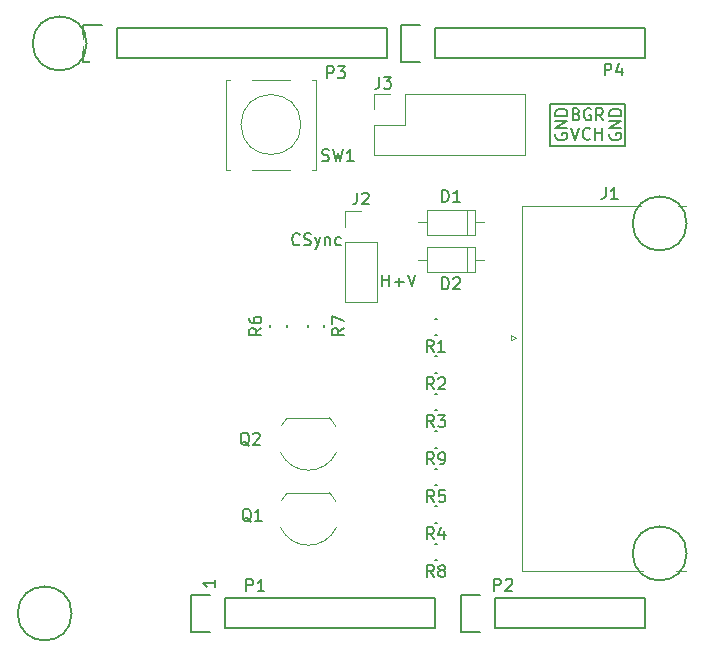
<source format=gto>
G04 #@! TF.GenerationSoftware,KiCad,Pcbnew,(5.1.6)-1*
G04 #@! TF.CreationDate,2023-11-11T21:49:05+01:00*
G04 #@! TF.ProjectId,15khzvgatester,31356b68-7a76-4676-9174-65737465722e,rev?*
G04 #@! TF.SameCoordinates,Original*
G04 #@! TF.FileFunction,Legend,Top*
G04 #@! TF.FilePolarity,Positive*
%FSLAX46Y46*%
G04 Gerber Fmt 4.6, Leading zero omitted, Abs format (unit mm)*
G04 Created by KiCad (PCBNEW (5.1.6)-1) date 2023-11-11 21:49:05*
%MOMM*%
%LPD*%
G01*
G04 APERTURE LIST*
%ADD10C,0.150000*%
%ADD11C,0.120000*%
%ADD12R,2.000000X2.000000*%
%ADD13C,2.000000*%
%ADD14R,1.700000X1.700000*%
%ADD15O,1.700000X1.700000*%
%ADD16C,1.397000*%
%ADD17C,0.100000*%
%ADD18R,1.998980X1.998980*%
%ADD19C,1.520000*%
%ADD20R,1.520000X1.520000*%
%ADD21C,4.000000*%
%ADD22C,1.600000*%
%ADD23R,1.600000X1.600000*%
%ADD24O,1.600000X1.600000*%
%ADD25O,1.727200X2.032000*%
%ADD26C,4.064000*%
G04 APERTURE END LIST*
D10*
X174100000Y-80653000D02*
X174100000Y-84209000D01*
X167750000Y-80653000D02*
X174100000Y-80653000D01*
X174100000Y-84209000D02*
X167750000Y-84209000D01*
X167750000Y-80653000D02*
X167750000Y-84209000D01*
X172838000Y-83192904D02*
X172790380Y-83288142D01*
X172790380Y-83431000D01*
X172838000Y-83573857D01*
X172933238Y-83669095D01*
X173028476Y-83716714D01*
X173218952Y-83764333D01*
X173361809Y-83764333D01*
X173552285Y-83716714D01*
X173647523Y-83669095D01*
X173742761Y-83573857D01*
X173790380Y-83431000D01*
X173790380Y-83335761D01*
X173742761Y-83192904D01*
X173695142Y-83145285D01*
X173361809Y-83145285D01*
X173361809Y-83335761D01*
X173790380Y-82716714D02*
X172790380Y-82716714D01*
X173790380Y-82145285D01*
X172790380Y-82145285D01*
X173790380Y-81669095D02*
X172790380Y-81669095D01*
X172790380Y-81431000D01*
X172838000Y-81288142D01*
X172933238Y-81192904D01*
X173028476Y-81145285D01*
X173218952Y-81097666D01*
X173361809Y-81097666D01*
X173552285Y-81145285D01*
X173647523Y-81192904D01*
X173742761Y-81288142D01*
X173790380Y-81431000D01*
X173790380Y-81669095D01*
X168266000Y-83192904D02*
X168218380Y-83288142D01*
X168218380Y-83431000D01*
X168266000Y-83573857D01*
X168361238Y-83669095D01*
X168456476Y-83716714D01*
X168646952Y-83764333D01*
X168789809Y-83764333D01*
X168980285Y-83716714D01*
X169075523Y-83669095D01*
X169170761Y-83573857D01*
X169218380Y-83431000D01*
X169218380Y-83335761D01*
X169170761Y-83192904D01*
X169123142Y-83145285D01*
X168789809Y-83145285D01*
X168789809Y-83335761D01*
X169218380Y-82716714D02*
X168218380Y-82716714D01*
X169218380Y-82145285D01*
X168218380Y-82145285D01*
X169218380Y-81669095D02*
X168218380Y-81669095D01*
X168218380Y-81431000D01*
X168266000Y-81288142D01*
X168361238Y-81192904D01*
X168456476Y-81145285D01*
X168646952Y-81097666D01*
X168789809Y-81097666D01*
X168980285Y-81145285D01*
X169075523Y-81192904D01*
X169170761Y-81288142D01*
X169218380Y-81431000D01*
X169218380Y-81669095D01*
X169996428Y-81534571D02*
X170139285Y-81582190D01*
X170186904Y-81629809D01*
X170234523Y-81725047D01*
X170234523Y-81867904D01*
X170186904Y-81963142D01*
X170139285Y-82010761D01*
X170044047Y-82058380D01*
X169663095Y-82058380D01*
X169663095Y-81058380D01*
X169996428Y-81058380D01*
X170091666Y-81106000D01*
X170139285Y-81153619D01*
X170186904Y-81248857D01*
X170186904Y-81344095D01*
X170139285Y-81439333D01*
X170091666Y-81486952D01*
X169996428Y-81534571D01*
X169663095Y-81534571D01*
X171186904Y-81106000D02*
X171091666Y-81058380D01*
X170948809Y-81058380D01*
X170805952Y-81106000D01*
X170710714Y-81201238D01*
X170663095Y-81296476D01*
X170615476Y-81486952D01*
X170615476Y-81629809D01*
X170663095Y-81820285D01*
X170710714Y-81915523D01*
X170805952Y-82010761D01*
X170948809Y-82058380D01*
X171044047Y-82058380D01*
X171186904Y-82010761D01*
X171234523Y-81963142D01*
X171234523Y-81629809D01*
X171044047Y-81629809D01*
X172234523Y-82058380D02*
X171901190Y-81582190D01*
X171663095Y-82058380D02*
X171663095Y-81058380D01*
X172044047Y-81058380D01*
X172139285Y-81106000D01*
X172186904Y-81153619D01*
X172234523Y-81248857D01*
X172234523Y-81391714D01*
X172186904Y-81486952D01*
X172139285Y-81534571D01*
X172044047Y-81582190D01*
X171663095Y-81582190D01*
X169567857Y-82708380D02*
X169901190Y-83708380D01*
X170234523Y-82708380D01*
X171139285Y-83613142D02*
X171091666Y-83660761D01*
X170948809Y-83708380D01*
X170853571Y-83708380D01*
X170710714Y-83660761D01*
X170615476Y-83565523D01*
X170567857Y-83470285D01*
X170520238Y-83279809D01*
X170520238Y-83136952D01*
X170567857Y-82946476D01*
X170615476Y-82851238D01*
X170710714Y-82756000D01*
X170853571Y-82708380D01*
X170948809Y-82708380D01*
X171091666Y-82756000D01*
X171139285Y-82803619D01*
X171567857Y-83708380D02*
X171567857Y-82708380D01*
X171567857Y-83184571D02*
X172139285Y-83184571D01*
X172139285Y-83708380D02*
X172139285Y-82708380D01*
X153551566Y-96142180D02*
X153551566Y-95142180D01*
X153551566Y-95618371D02*
X154122995Y-95618371D01*
X154122995Y-96142180D02*
X154122995Y-95142180D01*
X154599185Y-95761228D02*
X155361090Y-95761228D01*
X154980138Y-96142180D02*
X154980138Y-95380276D01*
X155694423Y-95142180D02*
X156027757Y-96142180D01*
X156361090Y-95142180D01*
X146547528Y-92554442D02*
X146499909Y-92602061D01*
X146357052Y-92649680D01*
X146261814Y-92649680D01*
X146118957Y-92602061D01*
X146023719Y-92506823D01*
X145976100Y-92411585D01*
X145928480Y-92221109D01*
X145928480Y-92078252D01*
X145976100Y-91887776D01*
X146023719Y-91792538D01*
X146118957Y-91697300D01*
X146261814Y-91649680D01*
X146357052Y-91649680D01*
X146499909Y-91697300D01*
X146547528Y-91744919D01*
X146928480Y-92602061D02*
X147071338Y-92649680D01*
X147309433Y-92649680D01*
X147404671Y-92602061D01*
X147452290Y-92554442D01*
X147499909Y-92459204D01*
X147499909Y-92363966D01*
X147452290Y-92268728D01*
X147404671Y-92221109D01*
X147309433Y-92173490D01*
X147118957Y-92125871D01*
X147023719Y-92078252D01*
X146976100Y-92030633D01*
X146928480Y-91935395D01*
X146928480Y-91840157D01*
X146976100Y-91744919D01*
X147023719Y-91697300D01*
X147118957Y-91649680D01*
X147357052Y-91649680D01*
X147499909Y-91697300D01*
X147833242Y-91983014D02*
X148071338Y-92649680D01*
X148309433Y-91983014D02*
X148071338Y-92649680D01*
X147976100Y-92887776D01*
X147928480Y-92935395D01*
X147833242Y-92983014D01*
X148690385Y-91983014D02*
X148690385Y-92649680D01*
X148690385Y-92078252D02*
X148738004Y-92030633D01*
X148833242Y-91983014D01*
X148976100Y-91983014D01*
X149071338Y-92030633D01*
X149118957Y-92125871D01*
X149118957Y-92649680D01*
X150023719Y-92602061D02*
X149928480Y-92649680D01*
X149738004Y-92649680D01*
X149642766Y-92602061D01*
X149595147Y-92554442D01*
X149547528Y-92459204D01*
X149547528Y-92173490D01*
X149595147Y-92078252D01*
X149642766Y-92030633D01*
X149738004Y-91983014D01*
X149928480Y-91983014D01*
X150023719Y-92030633D01*
X139390380Y-120999285D02*
X139390380Y-121570714D01*
X139390380Y-121285000D02*
X138390380Y-121285000D01*
X138533238Y-121380238D01*
X138628476Y-121475476D01*
X138676095Y-121570714D01*
D11*
X152848000Y-79831000D02*
X152848000Y-81101000D01*
X154178000Y-79831000D02*
X152848000Y-79831000D01*
X155448000Y-82431000D02*
X155448000Y-79831000D01*
X152848000Y-82431000D02*
X155448000Y-82431000D01*
X152848000Y-85031000D02*
X152848000Y-82431000D01*
X165668000Y-85031000D02*
X152848000Y-85031000D01*
X165668000Y-79831000D02*
X165668000Y-85031000D01*
X155448000Y-79831000D02*
X165668000Y-79831000D01*
X150418000Y-97477000D02*
X153078000Y-97477000D01*
X150418000Y-92337000D02*
X150418000Y-97477000D01*
X153078000Y-92337000D02*
X153078000Y-97477000D01*
X150418000Y-92337000D02*
X153078000Y-92337000D01*
X150418000Y-91067000D02*
X150418000Y-89737000D01*
X150418000Y-89737000D02*
X151748000Y-89737000D01*
X140318000Y-86241000D02*
X140318000Y-78621000D01*
X140318000Y-78621000D02*
X140618000Y-78621000D01*
X147938000Y-78621000D02*
X147938000Y-86241000D01*
X140318000Y-86241000D02*
X140618000Y-86241000D01*
X142558000Y-78621000D02*
X145698000Y-78621000D01*
X142558000Y-86241000D02*
X145698000Y-86241000D01*
X147638000Y-78621000D02*
X147938000Y-78621000D01*
X147638000Y-86241000D02*
X147938000Y-86241000D01*
X146668000Y-82431000D02*
G75*
G03*
X146668000Y-82431000I-2540000J0D01*
G01*
D10*
X158098000Y-109802040D02*
X158197060Y-109802040D01*
X158197060Y-109802040D02*
X158098000Y-109802040D01*
X158098000Y-109802040D02*
X157998940Y-109802040D01*
X158098000Y-108399960D02*
X157998940Y-108399960D01*
X158098000Y-108399960D02*
X158197060Y-108399960D01*
X158098000Y-119327040D02*
X158197060Y-119327040D01*
X158197060Y-119327040D02*
X158098000Y-119327040D01*
X158098000Y-119327040D02*
X157998940Y-119327040D01*
X158098000Y-117924960D02*
X157998940Y-117924960D01*
X158098000Y-117924960D02*
X158197060Y-117924960D01*
X148639040Y-99497260D02*
X148639040Y-99398200D01*
X148639040Y-99398200D02*
X148639040Y-99497260D01*
X148639040Y-99497260D02*
X148639040Y-99596320D01*
X147236960Y-99497260D02*
X147236960Y-99596320D01*
X147236960Y-99497260D02*
X147236960Y-99398200D01*
X144061960Y-99497260D02*
X144061960Y-99596320D01*
X144061960Y-99596320D02*
X144061960Y-99497260D01*
X144061960Y-99497260D02*
X144061960Y-99398200D01*
X145464040Y-99497260D02*
X145464040Y-99398200D01*
X145464040Y-99497260D02*
X145464040Y-99596320D01*
X158098000Y-112977040D02*
X158197060Y-112977040D01*
X158197060Y-112977040D02*
X158098000Y-112977040D01*
X158098000Y-112977040D02*
X157998940Y-112977040D01*
X158098000Y-111574960D02*
X157998940Y-111574960D01*
X158098000Y-111574960D02*
X158197060Y-111574960D01*
X158098000Y-116152040D02*
X158197060Y-116152040D01*
X158197060Y-116152040D02*
X158098000Y-116152040D01*
X158098000Y-116152040D02*
X157998940Y-116152040D01*
X158098000Y-114749960D02*
X157998940Y-114749960D01*
X158098000Y-114749960D02*
X158197060Y-114749960D01*
X158098000Y-105224960D02*
X157998940Y-105224960D01*
X157998940Y-105224960D02*
X158098000Y-105224960D01*
X158098000Y-105224960D02*
X158197060Y-105224960D01*
X158098000Y-106627040D02*
X158197060Y-106627040D01*
X158098000Y-106627040D02*
X157998940Y-106627040D01*
X158098000Y-102049960D02*
X157998940Y-102049960D01*
X157998940Y-102049960D02*
X158098000Y-102049960D01*
X158098000Y-102049960D02*
X158197060Y-102049960D01*
X158098000Y-103452040D02*
X158197060Y-103452040D01*
X158098000Y-103452040D02*
X157998940Y-103452040D01*
X158098000Y-98874960D02*
X157998940Y-98874960D01*
X157998940Y-98874960D02*
X158098000Y-98874960D01*
X158098000Y-98874960D02*
X158197060Y-98874960D01*
X158098000Y-100277040D02*
X158197060Y-100277040D01*
X158098000Y-100277040D02*
X157998940Y-100277040D01*
D11*
X149103000Y-107251000D02*
X145503000Y-107251000D01*
X149627184Y-107978205D02*
G75*
G03*
X149103000Y-107251000I-2324184J-1122795D01*
G01*
X149659400Y-110199807D02*
G75*
G02*
X147303000Y-111701000I-2356400J1098807D01*
G01*
X144946600Y-110199807D02*
G75*
G03*
X147303000Y-111701000I2356400J1098807D01*
G01*
X144978816Y-107978205D02*
G75*
G02*
X145503000Y-107251000I2324184J-1122795D01*
G01*
X149103000Y-113601000D02*
X145503000Y-113601000D01*
X149627184Y-114328205D02*
G75*
G03*
X149103000Y-113601000I-2324184J-1122795D01*
G01*
X149659400Y-116549807D02*
G75*
G02*
X147303000Y-118051000I-2356400J1098807D01*
G01*
X144946600Y-116549807D02*
G75*
G03*
X147303000Y-118051000I2356400J1098807D01*
G01*
X144978816Y-114328205D02*
G75*
G02*
X145503000Y-113601000I2324184J-1122795D01*
G01*
X164886675Y-100461000D02*
X164453662Y-100711000D01*
X164453662Y-100211000D02*
X164886675Y-100461000D01*
X164453662Y-100711000D02*
X164453662Y-100211000D01*
X165348000Y-89291000D02*
X179238000Y-89291000D01*
X165348000Y-120261000D02*
X165348000Y-89291000D01*
X179238000Y-120261000D02*
X165348000Y-120261000D01*
X161428000Y-94921000D02*
X161428000Y-92801000D01*
X161428000Y-92801000D02*
X157308000Y-92801000D01*
X157308000Y-92801000D02*
X157308000Y-94921000D01*
X157308000Y-94921000D02*
X161428000Y-94921000D01*
X162198000Y-93861000D02*
X161428000Y-93861000D01*
X156538000Y-93861000D02*
X157308000Y-93861000D01*
X160768000Y-94921000D02*
X160768000Y-92801000D01*
X161428000Y-91746000D02*
X161428000Y-89626000D01*
X161428000Y-89626000D02*
X157308000Y-89626000D01*
X157308000Y-89626000D02*
X157308000Y-91746000D01*
X157308000Y-91746000D02*
X161428000Y-91746000D01*
X162198000Y-90686000D02*
X161428000Y-90686000D01*
X156538000Y-90686000D02*
X157308000Y-90686000D01*
X160768000Y-91746000D02*
X160768000Y-89626000D01*
D10*
X140208000Y-125095000D02*
X157988000Y-125095000D01*
X157988000Y-125095000D02*
X157988000Y-122555000D01*
X157988000Y-122555000D02*
X140208000Y-122555000D01*
X137388000Y-125375000D02*
X138938000Y-125375000D01*
X140208000Y-125095000D02*
X140208000Y-122555000D01*
X138938000Y-122275000D02*
X137388000Y-122275000D01*
X137388000Y-122275000D02*
X137388000Y-125375000D01*
X163068000Y-125095000D02*
X175768000Y-125095000D01*
X175768000Y-125095000D02*
X175768000Y-122555000D01*
X175768000Y-122555000D02*
X163068000Y-122555000D01*
X160248000Y-125375000D02*
X161798000Y-125375000D01*
X163068000Y-125095000D02*
X163068000Y-122555000D01*
X161798000Y-122275000D02*
X160248000Y-122275000D01*
X160248000Y-122275000D02*
X160248000Y-125375000D01*
X131064000Y-76835000D02*
X153924000Y-76835000D01*
X153924000Y-76835000D02*
X153924000Y-74295000D01*
X153924000Y-74295000D02*
X131064000Y-74295000D01*
X128244000Y-77115000D02*
X129794000Y-77115000D01*
X131064000Y-76835000D02*
X131064000Y-74295000D01*
X129794000Y-74015000D02*
X128244000Y-74015000D01*
X128244000Y-74015000D02*
X128244000Y-77115000D01*
X157988000Y-76835000D02*
X175768000Y-76835000D01*
X175768000Y-76835000D02*
X175768000Y-74295000D01*
X175768000Y-74295000D02*
X157988000Y-74295000D01*
X155168000Y-77115000D02*
X156718000Y-77115000D01*
X157988000Y-76835000D02*
X157988000Y-74295000D01*
X156718000Y-74015000D02*
X155168000Y-74015000D01*
X155168000Y-74015000D02*
X155168000Y-77115000D01*
X127254000Y-123825000D02*
G75*
G03*
X127254000Y-123825000I-2286000J0D01*
G01*
X179324000Y-118745000D02*
G75*
G03*
X179324000Y-118745000I-2286000J0D01*
G01*
X128524000Y-75565000D02*
G75*
G03*
X128524000Y-75565000I-2286000J0D01*
G01*
X179324000Y-90805000D02*
G75*
G03*
X179324000Y-90805000I-2286000J0D01*
G01*
X153294266Y-78390880D02*
X153294266Y-79105166D01*
X153246647Y-79248023D01*
X153151409Y-79343261D01*
X153008552Y-79390880D01*
X152913314Y-79390880D01*
X153675219Y-78390880D02*
X154294266Y-78390880D01*
X153960933Y-78771833D01*
X154103790Y-78771833D01*
X154199028Y-78819452D01*
X154246647Y-78867071D01*
X154294266Y-78962309D01*
X154294266Y-79200404D01*
X154246647Y-79295642D01*
X154199028Y-79343261D01*
X154103790Y-79390880D01*
X153818076Y-79390880D01*
X153722838Y-79343261D01*
X153675219Y-79295642D01*
X151414666Y-88189380D02*
X151414666Y-88903666D01*
X151367047Y-89046523D01*
X151271809Y-89141761D01*
X151128952Y-89189380D01*
X151033714Y-89189380D01*
X151843238Y-88284619D02*
X151890857Y-88237000D01*
X151986095Y-88189380D01*
X152224190Y-88189380D01*
X152319428Y-88237000D01*
X152367047Y-88284619D01*
X152414666Y-88379857D01*
X152414666Y-88475095D01*
X152367047Y-88617952D01*
X151795619Y-89189380D01*
X152414666Y-89189380D01*
X148458866Y-85477361D02*
X148601723Y-85524980D01*
X148839819Y-85524980D01*
X148935057Y-85477361D01*
X148982676Y-85429742D01*
X149030295Y-85334504D01*
X149030295Y-85239266D01*
X148982676Y-85144028D01*
X148935057Y-85096409D01*
X148839819Y-85048790D01*
X148649342Y-85001171D01*
X148554104Y-84953552D01*
X148506485Y-84905933D01*
X148458866Y-84810695D01*
X148458866Y-84715457D01*
X148506485Y-84620219D01*
X148554104Y-84572600D01*
X148649342Y-84524980D01*
X148887438Y-84524980D01*
X149030295Y-84572600D01*
X149363628Y-84524980D02*
X149601723Y-85524980D01*
X149792200Y-84810695D01*
X149982676Y-85524980D01*
X150220771Y-84524980D01*
X151125533Y-85524980D02*
X150554104Y-85524980D01*
X150839819Y-85524980D02*
X150839819Y-84524980D01*
X150744580Y-84667838D01*
X150649342Y-84763076D01*
X150554104Y-84810695D01*
X157931333Y-111191680D02*
X157598000Y-110715490D01*
X157359904Y-111191680D02*
X157359904Y-110191680D01*
X157740857Y-110191680D01*
X157836095Y-110239300D01*
X157883714Y-110286919D01*
X157931333Y-110382157D01*
X157931333Y-110525014D01*
X157883714Y-110620252D01*
X157836095Y-110667871D01*
X157740857Y-110715490D01*
X157359904Y-110715490D01*
X158407523Y-111191680D02*
X158598000Y-111191680D01*
X158693238Y-111144061D01*
X158740857Y-111096442D01*
X158836095Y-110953585D01*
X158883714Y-110763109D01*
X158883714Y-110382157D01*
X158836095Y-110286919D01*
X158788476Y-110239300D01*
X158693238Y-110191680D01*
X158502761Y-110191680D01*
X158407523Y-110239300D01*
X158359904Y-110286919D01*
X158312285Y-110382157D01*
X158312285Y-110620252D01*
X158359904Y-110715490D01*
X158407523Y-110763109D01*
X158502761Y-110810728D01*
X158693238Y-110810728D01*
X158788476Y-110763109D01*
X158836095Y-110715490D01*
X158883714Y-110620252D01*
X157931333Y-120729380D02*
X157598000Y-120253190D01*
X157359904Y-120729380D02*
X157359904Y-119729380D01*
X157740857Y-119729380D01*
X157836095Y-119777000D01*
X157883714Y-119824619D01*
X157931333Y-119919857D01*
X157931333Y-120062714D01*
X157883714Y-120157952D01*
X157836095Y-120205571D01*
X157740857Y-120253190D01*
X157359904Y-120253190D01*
X158502761Y-120157952D02*
X158407523Y-120110333D01*
X158359904Y-120062714D01*
X158312285Y-119967476D01*
X158312285Y-119919857D01*
X158359904Y-119824619D01*
X158407523Y-119777000D01*
X158502761Y-119729380D01*
X158693238Y-119729380D01*
X158788476Y-119777000D01*
X158836095Y-119824619D01*
X158883714Y-119919857D01*
X158883714Y-119967476D01*
X158836095Y-120062714D01*
X158788476Y-120110333D01*
X158693238Y-120157952D01*
X158502761Y-120157952D01*
X158407523Y-120205571D01*
X158359904Y-120253190D01*
X158312285Y-120348428D01*
X158312285Y-120538904D01*
X158359904Y-120634142D01*
X158407523Y-120681761D01*
X158502761Y-120729380D01*
X158693238Y-120729380D01*
X158788476Y-120681761D01*
X158836095Y-120634142D01*
X158883714Y-120538904D01*
X158883714Y-120348428D01*
X158836095Y-120253190D01*
X158788476Y-120205571D01*
X158693238Y-120157952D01*
X150282680Y-99666466D02*
X149806490Y-99999800D01*
X150282680Y-100237895D02*
X149282680Y-100237895D01*
X149282680Y-99856942D01*
X149330300Y-99761704D01*
X149377919Y-99714085D01*
X149473157Y-99666466D01*
X149616014Y-99666466D01*
X149711252Y-99714085D01*
X149758871Y-99761704D01*
X149806490Y-99856942D01*
X149806490Y-100237895D01*
X149282680Y-99333133D02*
X149282680Y-98666466D01*
X150282680Y-99095038D01*
X143297680Y-99653766D02*
X142821490Y-99987100D01*
X143297680Y-100225195D02*
X142297680Y-100225195D01*
X142297680Y-99844242D01*
X142345300Y-99749004D01*
X142392919Y-99701385D01*
X142488157Y-99653766D01*
X142631014Y-99653766D01*
X142726252Y-99701385D01*
X142773871Y-99749004D01*
X142821490Y-99844242D01*
X142821490Y-100225195D01*
X142297680Y-98796623D02*
X142297680Y-98987100D01*
X142345300Y-99082338D01*
X142392919Y-99129957D01*
X142535776Y-99225195D01*
X142726252Y-99272814D01*
X143107204Y-99272814D01*
X143202442Y-99225195D01*
X143250061Y-99177576D01*
X143297680Y-99082338D01*
X143297680Y-98891861D01*
X143250061Y-98796623D01*
X143202442Y-98749004D01*
X143107204Y-98701385D01*
X142869109Y-98701385D01*
X142773871Y-98749004D01*
X142726252Y-98796623D01*
X142678633Y-98891861D01*
X142678633Y-99082338D01*
X142726252Y-99177576D01*
X142773871Y-99225195D01*
X142869109Y-99272814D01*
X157944033Y-114379380D02*
X157610700Y-113903190D01*
X157372604Y-114379380D02*
X157372604Y-113379380D01*
X157753557Y-113379380D01*
X157848795Y-113427000D01*
X157896414Y-113474619D01*
X157944033Y-113569857D01*
X157944033Y-113712714D01*
X157896414Y-113807952D01*
X157848795Y-113855571D01*
X157753557Y-113903190D01*
X157372604Y-113903190D01*
X158848795Y-113379380D02*
X158372604Y-113379380D01*
X158324985Y-113855571D01*
X158372604Y-113807952D01*
X158467842Y-113760333D01*
X158705938Y-113760333D01*
X158801176Y-113807952D01*
X158848795Y-113855571D01*
X158896414Y-113950809D01*
X158896414Y-114188904D01*
X158848795Y-114284142D01*
X158801176Y-114331761D01*
X158705938Y-114379380D01*
X158467842Y-114379380D01*
X158372604Y-114331761D01*
X158324985Y-114284142D01*
X157931333Y-117541680D02*
X157598000Y-117065490D01*
X157359904Y-117541680D02*
X157359904Y-116541680D01*
X157740857Y-116541680D01*
X157836095Y-116589300D01*
X157883714Y-116636919D01*
X157931333Y-116732157D01*
X157931333Y-116875014D01*
X157883714Y-116970252D01*
X157836095Y-117017871D01*
X157740857Y-117065490D01*
X157359904Y-117065490D01*
X158788476Y-116875014D02*
X158788476Y-117541680D01*
X158550380Y-116494061D02*
X158312285Y-117208347D01*
X158931333Y-117208347D01*
X157931333Y-108029380D02*
X157598000Y-107553190D01*
X157359904Y-108029380D02*
X157359904Y-107029380D01*
X157740857Y-107029380D01*
X157836095Y-107077000D01*
X157883714Y-107124619D01*
X157931333Y-107219857D01*
X157931333Y-107362714D01*
X157883714Y-107457952D01*
X157836095Y-107505571D01*
X157740857Y-107553190D01*
X157359904Y-107553190D01*
X158264666Y-107029380D02*
X158883714Y-107029380D01*
X158550380Y-107410333D01*
X158693238Y-107410333D01*
X158788476Y-107457952D01*
X158836095Y-107505571D01*
X158883714Y-107600809D01*
X158883714Y-107838904D01*
X158836095Y-107934142D01*
X158788476Y-107981761D01*
X158693238Y-108029380D01*
X158407523Y-108029380D01*
X158312285Y-107981761D01*
X158264666Y-107934142D01*
X157918633Y-104841680D02*
X157585300Y-104365490D01*
X157347204Y-104841680D02*
X157347204Y-103841680D01*
X157728157Y-103841680D01*
X157823395Y-103889300D01*
X157871014Y-103936919D01*
X157918633Y-104032157D01*
X157918633Y-104175014D01*
X157871014Y-104270252D01*
X157823395Y-104317871D01*
X157728157Y-104365490D01*
X157347204Y-104365490D01*
X158299585Y-103936919D02*
X158347204Y-103889300D01*
X158442442Y-103841680D01*
X158680538Y-103841680D01*
X158775776Y-103889300D01*
X158823395Y-103936919D01*
X158871014Y-104032157D01*
X158871014Y-104127395D01*
X158823395Y-104270252D01*
X158251966Y-104841680D01*
X158871014Y-104841680D01*
X157893233Y-101666680D02*
X157559900Y-101190490D01*
X157321804Y-101666680D02*
X157321804Y-100666680D01*
X157702757Y-100666680D01*
X157797995Y-100714300D01*
X157845614Y-100761919D01*
X157893233Y-100857157D01*
X157893233Y-101000014D01*
X157845614Y-101095252D01*
X157797995Y-101142871D01*
X157702757Y-101190490D01*
X157321804Y-101190490D01*
X158845614Y-101666680D02*
X158274185Y-101666680D01*
X158559900Y-101666680D02*
X158559900Y-100666680D01*
X158464661Y-100809538D01*
X158369423Y-100904776D01*
X158274185Y-100952395D01*
X142280161Y-109623219D02*
X142184923Y-109575600D01*
X142089685Y-109480361D01*
X141946828Y-109337504D01*
X141851590Y-109289885D01*
X141756352Y-109289885D01*
X141803971Y-109527980D02*
X141708733Y-109480361D01*
X141613495Y-109385123D01*
X141565876Y-109194647D01*
X141565876Y-108861314D01*
X141613495Y-108670838D01*
X141708733Y-108575600D01*
X141803971Y-108527980D01*
X141994447Y-108527980D01*
X142089685Y-108575600D01*
X142184923Y-108670838D01*
X142232542Y-108861314D01*
X142232542Y-109194647D01*
X142184923Y-109385123D01*
X142089685Y-109480361D01*
X141994447Y-109527980D01*
X141803971Y-109527980D01*
X142613495Y-108623219D02*
X142661114Y-108575600D01*
X142756352Y-108527980D01*
X142994447Y-108527980D01*
X143089685Y-108575600D01*
X143137304Y-108623219D01*
X143184923Y-108718457D01*
X143184923Y-108813695D01*
X143137304Y-108956552D01*
X142565876Y-109527980D01*
X143184923Y-109527980D01*
X142445261Y-116062119D02*
X142350023Y-116014500D01*
X142254785Y-115919261D01*
X142111928Y-115776404D01*
X142016690Y-115728785D01*
X141921452Y-115728785D01*
X141969071Y-115966880D02*
X141873833Y-115919261D01*
X141778595Y-115824023D01*
X141730976Y-115633547D01*
X141730976Y-115300214D01*
X141778595Y-115109738D01*
X141873833Y-115014500D01*
X141969071Y-114966880D01*
X142159547Y-114966880D01*
X142254785Y-115014500D01*
X142350023Y-115109738D01*
X142397642Y-115300214D01*
X142397642Y-115633547D01*
X142350023Y-115824023D01*
X142254785Y-115919261D01*
X142159547Y-115966880D01*
X141969071Y-115966880D01*
X143350023Y-115966880D02*
X142778595Y-115966880D01*
X143064309Y-115966880D02*
X143064309Y-114966880D01*
X142969071Y-115109738D01*
X142873833Y-115204976D01*
X142778595Y-115252595D01*
X172471266Y-87738080D02*
X172471266Y-88452366D01*
X172423647Y-88595223D01*
X172328409Y-88690461D01*
X172185552Y-88738080D01*
X172090314Y-88738080D01*
X173471266Y-88738080D02*
X172899838Y-88738080D01*
X173185552Y-88738080D02*
X173185552Y-87738080D01*
X173090314Y-87880938D01*
X172995076Y-87976176D01*
X172899838Y-88023795D01*
X158629904Y-96373380D02*
X158629904Y-95373380D01*
X158868000Y-95373380D01*
X159010857Y-95421000D01*
X159106095Y-95516238D01*
X159153714Y-95611476D01*
X159201333Y-95801952D01*
X159201333Y-95944809D01*
X159153714Y-96135285D01*
X159106095Y-96230523D01*
X159010857Y-96325761D01*
X158868000Y-96373380D01*
X158629904Y-96373380D01*
X159582285Y-95468619D02*
X159629904Y-95421000D01*
X159725142Y-95373380D01*
X159963238Y-95373380D01*
X160058476Y-95421000D01*
X160106095Y-95468619D01*
X160153714Y-95563857D01*
X160153714Y-95659095D01*
X160106095Y-95801952D01*
X159534666Y-96373380D01*
X160153714Y-96373380D01*
X158629904Y-88979380D02*
X158629904Y-87979380D01*
X158868000Y-87979380D01*
X159010857Y-88027000D01*
X159106095Y-88122238D01*
X159153714Y-88217476D01*
X159201333Y-88407952D01*
X159201333Y-88550809D01*
X159153714Y-88741285D01*
X159106095Y-88836523D01*
X159010857Y-88931761D01*
X158868000Y-88979380D01*
X158629904Y-88979380D01*
X160153714Y-88979380D02*
X159582285Y-88979380D01*
X159868000Y-88979380D02*
X159868000Y-87979380D01*
X159772761Y-88122238D01*
X159677523Y-88217476D01*
X159582285Y-88265095D01*
X142043704Y-121923180D02*
X142043704Y-120923180D01*
X142424657Y-120923180D01*
X142519895Y-120970800D01*
X142567514Y-121018419D01*
X142615133Y-121113657D01*
X142615133Y-121256514D01*
X142567514Y-121351752D01*
X142519895Y-121399371D01*
X142424657Y-121446990D01*
X142043704Y-121446990D01*
X143567514Y-121923180D02*
X142996085Y-121923180D01*
X143281800Y-121923180D02*
X143281800Y-120923180D01*
X143186561Y-121066038D01*
X143091323Y-121161276D01*
X142996085Y-121208895D01*
X163036804Y-121885080D02*
X163036804Y-120885080D01*
X163417757Y-120885080D01*
X163512995Y-120932700D01*
X163560614Y-120980319D01*
X163608233Y-121075557D01*
X163608233Y-121218414D01*
X163560614Y-121313652D01*
X163512995Y-121361271D01*
X163417757Y-121408890D01*
X163036804Y-121408890D01*
X163989185Y-120980319D02*
X164036804Y-120932700D01*
X164132042Y-120885080D01*
X164370138Y-120885080D01*
X164465376Y-120932700D01*
X164512995Y-120980319D01*
X164560614Y-121075557D01*
X164560614Y-121170795D01*
X164512995Y-121313652D01*
X163941566Y-121885080D01*
X164560614Y-121885080D01*
X148876304Y-78501880D02*
X148876304Y-77501880D01*
X149257257Y-77501880D01*
X149352495Y-77549500D01*
X149400114Y-77597119D01*
X149447733Y-77692357D01*
X149447733Y-77835214D01*
X149400114Y-77930452D01*
X149352495Y-77978071D01*
X149257257Y-78025690D01*
X148876304Y-78025690D01*
X149781066Y-77501880D02*
X150400114Y-77501880D01*
X150066780Y-77882833D01*
X150209638Y-77882833D01*
X150304876Y-77930452D01*
X150352495Y-77978071D01*
X150400114Y-78073309D01*
X150400114Y-78311404D01*
X150352495Y-78406642D01*
X150304876Y-78454261D01*
X150209638Y-78501880D01*
X149923923Y-78501880D01*
X149828685Y-78454261D01*
X149781066Y-78406642D01*
X172384004Y-78273280D02*
X172384004Y-77273280D01*
X172764957Y-77273280D01*
X172860195Y-77320900D01*
X172907814Y-77368519D01*
X172955433Y-77463757D01*
X172955433Y-77606614D01*
X172907814Y-77701852D01*
X172860195Y-77749471D01*
X172764957Y-77797090D01*
X172384004Y-77797090D01*
X173812576Y-77606614D02*
X173812576Y-78273280D01*
X173574480Y-77225661D02*
X173336385Y-77939947D01*
X173955433Y-77939947D01*
%LPC*%
D12*
X122174000Y-121285000D03*
D13*
X127254000Y-121285000D03*
D12*
X114554000Y-93345000D03*
X117094000Y-93345000D03*
X119634000Y-93345000D03*
X119634000Y-90805000D03*
X117094000Y-90805000D03*
X114554000Y-90805000D03*
X114554000Y-88265000D03*
X117094000Y-88265000D03*
X119634000Y-88265000D03*
X119634000Y-85725000D03*
X117094000Y-85725000D03*
X114554000Y-85725000D03*
X114554000Y-83185000D03*
X117094000Y-83185000D03*
X119634000Y-83185000D03*
X114554000Y-116205000D03*
X117094000Y-116205000D03*
X119634000Y-116205000D03*
X119634000Y-118745000D03*
X117094000Y-118745000D03*
X114554000Y-118745000D03*
X117094000Y-121285000D03*
X114554000Y-121285000D03*
X114554000Y-123825000D03*
X117094000Y-123825000D03*
X119634000Y-123825000D03*
X119634000Y-121285000D03*
X122174000Y-118745000D03*
X122174000Y-116205000D03*
X122174000Y-113665000D03*
X119634000Y-113665000D03*
X117094000Y-113665000D03*
X114554000Y-113665000D03*
X122174000Y-83185000D03*
X122174000Y-85725000D03*
X122174000Y-88265000D03*
X122174000Y-90805000D03*
X122174000Y-93345000D03*
X122174000Y-95885000D03*
X119634000Y-95885000D03*
X117094000Y-95885000D03*
X114554000Y-95885000D03*
X122174000Y-80645000D03*
X119634000Y-80645000D03*
X117094000Y-80645000D03*
X114554000Y-80645000D03*
X124714000Y-113665000D03*
X124714000Y-116205000D03*
X124714000Y-118745000D03*
X127254000Y-118745000D03*
X134874000Y-123825000D03*
X132334000Y-123825000D03*
X129794000Y-123825000D03*
X134874000Y-118745000D03*
X114554000Y-111125000D03*
X114554000Y-108585000D03*
X114554000Y-106045000D03*
X114554000Y-103505000D03*
X114554000Y-100965000D03*
X114554000Y-98425000D03*
X124714000Y-95885000D03*
X124714000Y-93345000D03*
X124714000Y-90805000D03*
X124714000Y-88265000D03*
X124714000Y-85725000D03*
X124714000Y-83185000D03*
X124714000Y-80645000D03*
X127254000Y-80645000D03*
X117094000Y-78105000D03*
X114554000Y-78105000D03*
X117094000Y-75565000D03*
X114554000Y-75565000D03*
X122174000Y-78105000D03*
X119634000Y-78105000D03*
X122174000Y-75565000D03*
X119634000Y-75565000D03*
X119634000Y-111125000D03*
X117094000Y-111125000D03*
X119634000Y-108585000D03*
X117094000Y-108585000D03*
X119634000Y-106045000D03*
X117094000Y-106045000D03*
X119634000Y-103505000D03*
X117094000Y-103505000D03*
X119634000Y-100965000D03*
X117094000Y-100965000D03*
X119634000Y-98425000D03*
X117094000Y-98425000D03*
X124714000Y-111125000D03*
X122174000Y-111125000D03*
X124714000Y-108585000D03*
X122174000Y-108585000D03*
X124714000Y-106045000D03*
X122174000Y-106045000D03*
X124714000Y-103505000D03*
X122174000Y-103505000D03*
X124714000Y-100965000D03*
X122174000Y-100965000D03*
X124714000Y-98425000D03*
X122174000Y-98425000D03*
X132334000Y-121285000D03*
X129794000Y-121285000D03*
X132334000Y-118745000D03*
X129794000Y-118745000D03*
X129794000Y-116205000D03*
X127254000Y-116205000D03*
X129794000Y-113665000D03*
X127254000Y-113665000D03*
X129794000Y-111125000D03*
X127254000Y-111125000D03*
X129794000Y-108585000D03*
X127254000Y-108585000D03*
X129794000Y-106045000D03*
X127254000Y-106045000D03*
X129794000Y-103505000D03*
X127254000Y-103505000D03*
X129794000Y-100965000D03*
X127254000Y-100965000D03*
X129794000Y-98425000D03*
X127254000Y-98425000D03*
X129794000Y-95885000D03*
X127254000Y-95885000D03*
X129794000Y-93345000D03*
X127254000Y-93345000D03*
X129794000Y-90805000D03*
X127254000Y-90805000D03*
X129794000Y-88265000D03*
X127254000Y-88265000D03*
X129794000Y-85725000D03*
X127254000Y-85725000D03*
X129794000Y-83185000D03*
X127254000Y-83185000D03*
X134874000Y-116205000D03*
X132334000Y-116205000D03*
X134874000Y-113665000D03*
X132334000Y-113665000D03*
X134874000Y-111125000D03*
X132334000Y-111125000D03*
X134874000Y-108585000D03*
X132334000Y-108585000D03*
X134874000Y-106045000D03*
X132334000Y-106045000D03*
X134874000Y-103505000D03*
X132334000Y-103505000D03*
X134874000Y-100965000D03*
X132334000Y-100965000D03*
X134874000Y-98425000D03*
X132334000Y-98425000D03*
X134874000Y-95885000D03*
X132334000Y-95885000D03*
X134874000Y-93345000D03*
X132334000Y-93345000D03*
X134874000Y-90805000D03*
X132334000Y-90805000D03*
X134874000Y-88265000D03*
X132334000Y-88265000D03*
X134874000Y-85725000D03*
X132334000Y-85725000D03*
X134874000Y-83185000D03*
X132334000Y-83185000D03*
X134874000Y-80645000D03*
X132334000Y-80645000D03*
X129794000Y-80645000D03*
X129794000Y-78105000D03*
X132334000Y-78105000D03*
X134874000Y-78105000D03*
X134874000Y-121285000D03*
X137414000Y-118745000D03*
X137414000Y-116205000D03*
X137414000Y-113665000D03*
X137414000Y-111125000D03*
X137414000Y-108585000D03*
X137414000Y-106045000D03*
X137414000Y-103505000D03*
X137414000Y-100965000D03*
X137414000Y-98425000D03*
X137414000Y-95885000D03*
X137414000Y-93345000D03*
X137414000Y-90805000D03*
X137414000Y-88265000D03*
X137414000Y-85725000D03*
X137414000Y-83185000D03*
X137414000Y-80645000D03*
X137414000Y-78105000D03*
D14*
X154178000Y-81161000D03*
D15*
X154178000Y-83701000D03*
X156718000Y-81161000D03*
X156718000Y-83701000D03*
X159258000Y-81161000D03*
X159258000Y-83701000D03*
X161798000Y-81161000D03*
X161798000Y-83701000D03*
X164338000Y-81161000D03*
X164338000Y-83701000D03*
D14*
X151748000Y-91067000D03*
D15*
X151748000Y-93607000D03*
X151748000Y-96147000D03*
D16*
X141588000Y-78621000D03*
X146668000Y-78621000D03*
X141588000Y-86241000D03*
X146668000Y-86241000D03*
D17*
G36*
X154699480Y-110299880D02*
G01*
X154699480Y-107902120D01*
X157498560Y-108300900D01*
X157498560Y-109901100D01*
X154699480Y-110299880D01*
G37*
G36*
X161496520Y-107902120D02*
G01*
X161496520Y-110299880D01*
X158697440Y-109901100D01*
X158697440Y-108300900D01*
X161496520Y-107902120D01*
G37*
D18*
X153096740Y-109101000D03*
X163099260Y-109101000D03*
D17*
G36*
X154699480Y-119824880D02*
G01*
X154699480Y-117427120D01*
X157498560Y-117825900D01*
X157498560Y-119426100D01*
X154699480Y-119824880D01*
G37*
G36*
X161496520Y-117427120D02*
G01*
X161496520Y-119824880D01*
X158697440Y-119426100D01*
X158697440Y-117825900D01*
X161496520Y-117427120D01*
G37*
D18*
X153096740Y-118626000D03*
X163099260Y-118626000D03*
D17*
G36*
X149136880Y-102895780D02*
G01*
X146739120Y-102895780D01*
X147137900Y-100096700D01*
X148738100Y-100096700D01*
X149136880Y-102895780D01*
G37*
G36*
X146739120Y-96098740D02*
G01*
X149136880Y-96098740D01*
X148738100Y-98897820D01*
X147137900Y-98897820D01*
X146739120Y-96098740D01*
G37*
D18*
X147938000Y-104498520D03*
X147938000Y-94496000D03*
D17*
G36*
X143564120Y-96098740D02*
G01*
X145961880Y-96098740D01*
X145563100Y-98897820D01*
X143962900Y-98897820D01*
X143564120Y-96098740D01*
G37*
G36*
X145961880Y-102895780D02*
G01*
X143564120Y-102895780D01*
X143962900Y-100096700D01*
X145563100Y-100096700D01*
X145961880Y-102895780D01*
G37*
D18*
X144763000Y-94496000D03*
X144763000Y-104498520D03*
D17*
G36*
X154699480Y-113474880D02*
G01*
X154699480Y-111077120D01*
X157498560Y-111475900D01*
X157498560Y-113076100D01*
X154699480Y-113474880D01*
G37*
G36*
X161496520Y-111077120D02*
G01*
X161496520Y-113474880D01*
X158697440Y-113076100D01*
X158697440Y-111475900D01*
X161496520Y-111077120D01*
G37*
D18*
X153096740Y-112276000D03*
X163099260Y-112276000D03*
D17*
G36*
X154699480Y-116649880D02*
G01*
X154699480Y-114252120D01*
X157498560Y-114650900D01*
X157498560Y-116251100D01*
X154699480Y-116649880D01*
G37*
G36*
X161496520Y-114252120D02*
G01*
X161496520Y-116649880D01*
X158697440Y-116251100D01*
X158697440Y-114650900D01*
X161496520Y-114252120D01*
G37*
D18*
X153096740Y-115451000D03*
X163099260Y-115451000D03*
D17*
G36*
X161496520Y-104727120D02*
G01*
X161496520Y-107124880D01*
X158697440Y-106726100D01*
X158697440Y-105125900D01*
X161496520Y-104727120D01*
G37*
G36*
X154699480Y-107124880D02*
G01*
X154699480Y-104727120D01*
X157498560Y-105125900D01*
X157498560Y-106726100D01*
X154699480Y-107124880D01*
G37*
D18*
X163099260Y-105926000D03*
X153096740Y-105926000D03*
D17*
G36*
X161496520Y-101552120D02*
G01*
X161496520Y-103949880D01*
X158697440Y-103551100D01*
X158697440Y-101950900D01*
X161496520Y-101552120D01*
G37*
G36*
X154699480Y-103949880D02*
G01*
X154699480Y-101552120D01*
X157498560Y-101950900D01*
X157498560Y-103551100D01*
X154699480Y-103949880D01*
G37*
D18*
X163099260Y-102751000D03*
X153096740Y-102751000D03*
D17*
G36*
X161496520Y-98377120D02*
G01*
X161496520Y-100774880D01*
X158697440Y-100376100D01*
X158697440Y-98775900D01*
X161496520Y-98377120D01*
G37*
G36*
X154699480Y-100774880D02*
G01*
X154699480Y-98377120D01*
X157498560Y-98775900D01*
X157498560Y-100376100D01*
X154699480Y-100774880D01*
G37*
D18*
X163099260Y-99576000D03*
X153096740Y-99576000D03*
D19*
X147303000Y-109101000D03*
X144763000Y-109101000D03*
D20*
X149843000Y-109101000D03*
D19*
X147303000Y-115451000D03*
X144763000Y-115451000D03*
D20*
X149843000Y-115451000D03*
D21*
X168408000Y-92276000D03*
X168408000Y-117276000D03*
D22*
X170948000Y-109621000D03*
X170948000Y-107331000D03*
X170948000Y-105041000D03*
X170948000Y-102751000D03*
X170948000Y-100461000D03*
X168968000Y-108476000D03*
X168968000Y-106186000D03*
X168968000Y-103896000D03*
X168968000Y-101606000D03*
X168968000Y-99316000D03*
X166988000Y-109621000D03*
X166988000Y-107331000D03*
X166988000Y-105041000D03*
X166988000Y-102751000D03*
D23*
X166988000Y-100461000D03*
X163178000Y-93861000D03*
D24*
X155558000Y-93861000D03*
D23*
X163178000Y-90686000D03*
D24*
X155558000Y-90686000D03*
D25*
X138938000Y-123825000D03*
X141478000Y-123825000D03*
X144018000Y-123825000D03*
X146558000Y-123825000D03*
X149098000Y-123825000D03*
X151638000Y-123825000D03*
X154178000Y-123825000D03*
X156718000Y-123825000D03*
X161798000Y-123825000D03*
X164338000Y-123825000D03*
X166878000Y-123825000D03*
X169418000Y-123825000D03*
X171958000Y-123825000D03*
X174498000Y-123825000D03*
X129794000Y-75565000D03*
X132334000Y-75565000D03*
X134874000Y-75565000D03*
X137414000Y-75565000D03*
X139954000Y-75565000D03*
X142494000Y-75565000D03*
X145034000Y-75565000D03*
X147574000Y-75565000D03*
X150114000Y-75565000D03*
X152654000Y-75565000D03*
X156718000Y-75565000D03*
X159258000Y-75565000D03*
X161798000Y-75565000D03*
X164338000Y-75565000D03*
X166878000Y-75565000D03*
X169418000Y-75565000D03*
X171958000Y-75565000D03*
X174498000Y-75565000D03*
D26*
X124968000Y-123825000D03*
X177038000Y-118745000D03*
X126238000Y-75565000D03*
X177038000Y-90805000D03*
M02*

</source>
